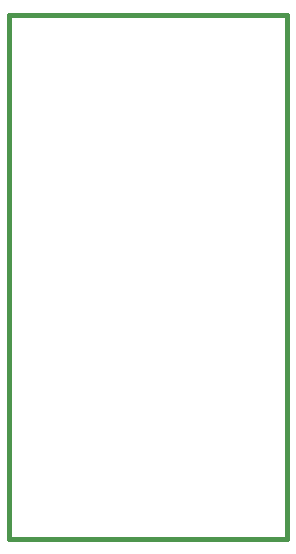
<source format=gko>
%FSLAX33Y33*%
%MOMM*%
%ADD10C,0.381*%
D10*
%LNpath-1*%
G01*
X0Y0D02*
X23500Y0D01*
X23500Y44300*
X0Y44300*
X0Y0*
%LNmechanical details_traces*%
M02*
</source>
